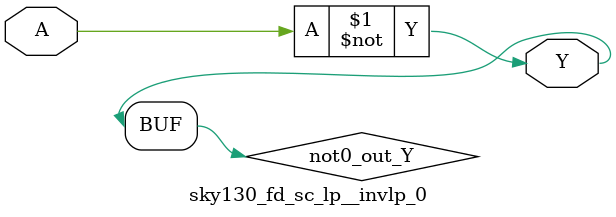
<source format=v>
/*
 * Copyright 2020 The SkyWater PDK Authors
 *
 * Licensed under the Apache License, Version 2.0 (the "License");
 * you may not use this file except in compliance with the License.
 * You may obtain a copy of the License at
 *
 *     https://www.apache.org/licenses/LICENSE-2.0
 *
 * Unless required by applicable law or agreed to in writing, software
 * distributed under the License is distributed on an "AS IS" BASIS,
 * WITHOUT WARRANTIES OR CONDITIONS OF ANY KIND, either express or implied.
 * See the License for the specific language governing permissions and
 * limitations under the License.
 *
 * SPDX-License-Identifier: Apache-2.0
*/


`ifndef SKY130_FD_SC_LP__INVLP_0_FUNCTIONAL_V
`define SKY130_FD_SC_LP__INVLP_0_FUNCTIONAL_V

/**
 * invlp: Low Power Inverter.
 *
 * Verilog simulation functional model.
 */

`timescale 1ns / 1ps
`default_nettype none

`celldefine
module sky130_fd_sc_lp__invlp_0 (
    Y,
    A
);

    // Module ports
    output Y;
    input  A;

    // Local signals
    wire not0_out_Y;

    //  Name  Output      Other arguments
    not not0 (not0_out_Y, A              );
    buf buf0 (Y         , not0_out_Y     );

endmodule
`endcelldefine

`default_nettype wire
`endif  // SKY130_FD_SC_LP__INVLP_0_FUNCTIONAL_V

</source>
